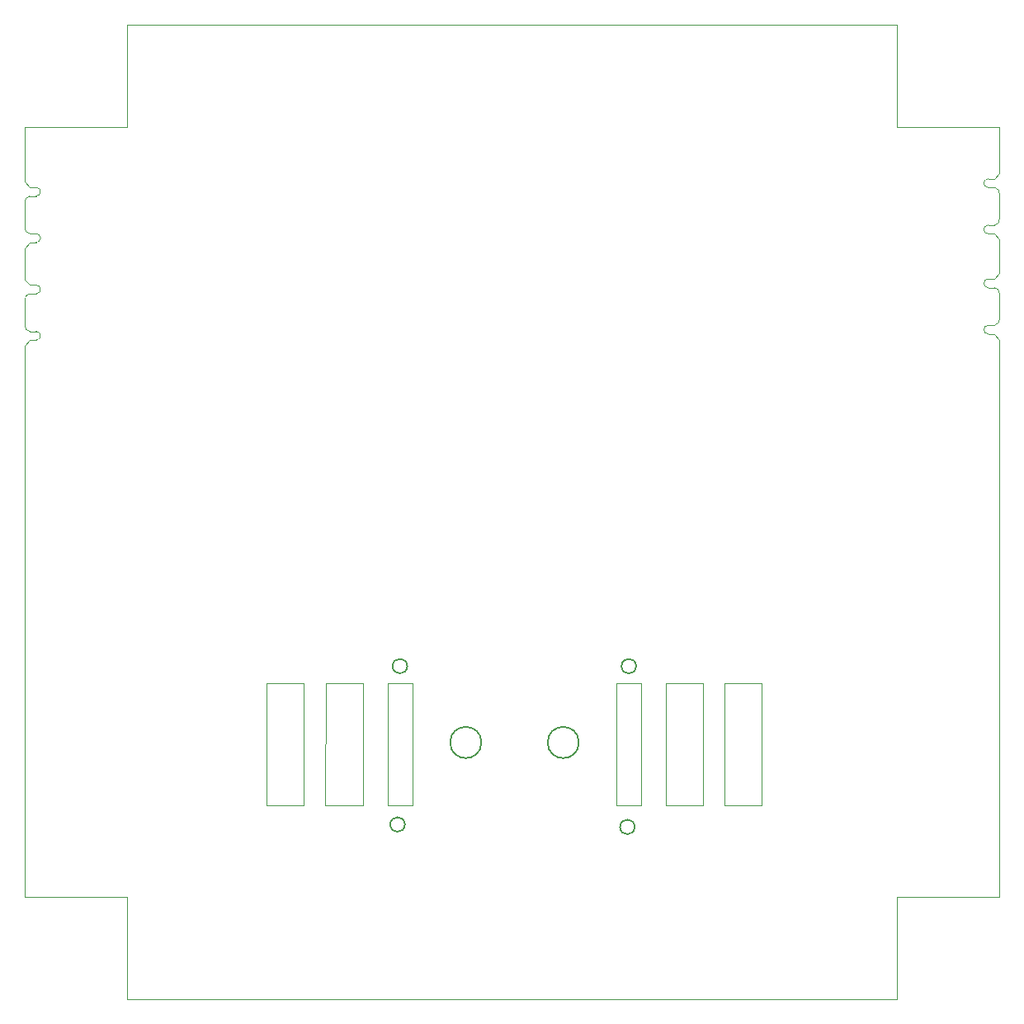
<source format=gbr>
%TF.GenerationSoftware,KiCad,Pcbnew,8.0.2-1*%
%TF.CreationDate,2024-06-23T19:16:47-07:00*%
%TF.ProjectId,antenna_top_cap_v2,616e7465-6e6e-4615-9f74-6f705f636170,rev?*%
%TF.SameCoordinates,Original*%
%TF.FileFunction,Profile,NP*%
%FSLAX46Y46*%
G04 Gerber Fmt 4.6, Leading zero omitted, Abs format (unit mm)*
G04 Created by KiCad (PCBNEW 8.0.2-1) date 2024-06-23 19:16:47*
%MOMM*%
%LPD*%
G01*
G04 APERTURE LIST*
%TA.AperFunction,Profile*%
%ADD10C,0.100000*%
%TD*%
%TA.AperFunction,Profile*%
%ADD11C,0.050000*%
%TD*%
%TA.AperFunction,Profile*%
%ADD12C,0.150000*%
%TD*%
%TA.AperFunction,Profile*%
%ADD13C,0.010000*%
%TD*%
G04 APERTURE END LIST*
D10*
X126046200Y-62217200D02*
X140645800Y-62217200D01*
D11*
X126046200Y-162217200D02*
X126046200Y-151717200D01*
X205046200Y-62217200D02*
X205046200Y-72717200D01*
D10*
X205046200Y-162217200D02*
X126046200Y-162217200D01*
D11*
X126046200Y-72717200D02*
X126046200Y-62217200D01*
D10*
X115545800Y-76844400D02*
X115546200Y-72717200D01*
D11*
X215546200Y-151717200D02*
X205046200Y-151717200D01*
X205046200Y-72717200D02*
X215546200Y-72717200D01*
X126046200Y-151717200D02*
X115546200Y-151717200D01*
D10*
X205046200Y-62217200D02*
X151845800Y-62217200D01*
X215545800Y-96039403D02*
X215546200Y-151717200D01*
D11*
X205046200Y-151717200D02*
X205046200Y-162217200D01*
D10*
X215545800Y-85769400D02*
X215545800Y-86244400D01*
X215545800Y-75969400D02*
X215546200Y-72717200D01*
X115545800Y-96669400D02*
X115546200Y-151717200D01*
X115545800Y-86644400D02*
X115545800Y-86869400D01*
X140638300Y-62219400D02*
X151845800Y-62217200D01*
D11*
X115546200Y-72717200D02*
X126046200Y-72717200D01*
%TO.C,J6*%
X140305400Y-142297000D02*
X144129600Y-142297000D01*
X140319600Y-129797000D02*
X140305400Y-142297000D01*
X144129600Y-129801800D02*
X140319600Y-129797000D01*
X144129600Y-142297000D02*
X144129600Y-129801800D01*
X146379600Y-142299400D02*
X150203800Y-142299400D01*
X146393800Y-129799400D02*
X146379600Y-142299400D01*
X150203800Y-129804200D02*
X146393800Y-129799400D01*
X150203800Y-142299400D02*
X150203800Y-129804200D01*
X152743800Y-129799400D02*
X155283800Y-129799400D01*
X152743800Y-142299400D02*
X152743800Y-129799400D01*
X155283800Y-129799400D02*
X155283800Y-142299400D01*
X155283800Y-142299400D02*
X152743800Y-142299400D01*
X176205800Y-129799400D02*
X176205800Y-142299400D01*
X176205800Y-142299400D02*
X178745800Y-142299400D01*
X178745800Y-129799400D02*
X176205800Y-129799400D01*
X178745800Y-142299400D02*
X178745800Y-129799400D01*
X181285800Y-129799400D02*
X181285800Y-142299400D01*
X181285800Y-142299400D02*
X185095800Y-142299400D01*
X185095800Y-129799400D02*
X181285800Y-129799400D01*
X185095800Y-142299400D02*
X185095800Y-129799400D01*
X187311600Y-129799400D02*
X187311600Y-142299400D01*
X187311600Y-142299400D02*
X191121600Y-142299400D01*
X191121600Y-129799400D02*
X187311600Y-129799400D01*
X191121600Y-142299400D02*
X191121600Y-129799400D01*
D12*
X154535800Y-144299400D02*
G75*
G02*
X153035800Y-144299400I-750000J0D01*
G01*
X153035800Y-144299400D02*
G75*
G02*
X154535800Y-144299400I750000J0D01*
G01*
X154779600Y-128049400D02*
G75*
G02*
X153279600Y-128049400I-750000J0D01*
G01*
X153279600Y-128049400D02*
G75*
G02*
X154779600Y-128049400I750000J0D01*
G01*
X162385800Y-135884200D02*
G75*
G02*
X159185800Y-135884200I-1600000J0D01*
G01*
X159185800Y-135884200D02*
G75*
G02*
X162385800Y-135884200I1600000J0D01*
G01*
X172385800Y-135884201D02*
G75*
G02*
X169185800Y-135884201I-1600000J0D01*
G01*
X169185800Y-135884201D02*
G75*
G02*
X172385800Y-135884201I1600000J0D01*
G01*
X178111600Y-144549400D02*
G75*
G02*
X176611600Y-144549400I-750000J0D01*
G01*
X176611600Y-144549400D02*
G75*
G02*
X178111600Y-144549400I750000J0D01*
G01*
X178261600Y-128049400D02*
G75*
G02*
X176761600Y-128049400I-750000J0D01*
G01*
X176761600Y-128049400D02*
G75*
G02*
X178261600Y-128049400I750000J0D01*
G01*
D13*
%TO.C,J10*%
X115540857Y-81743870D02*
X115540857Y-83043870D01*
X115540857Y-81743870D02*
X115545800Y-80444400D01*
X115545800Y-76844400D02*
X115545800Y-78344400D01*
X115545800Y-78344400D02*
X116045800Y-78919400D01*
X115545800Y-85144400D02*
X116045800Y-84569400D01*
X115545800Y-86644400D02*
X115545800Y-85144400D01*
X116695800Y-78919400D02*
X116045800Y-78919400D01*
X116695800Y-79819400D02*
X116045800Y-79819400D01*
X116695800Y-83669400D02*
X116045800Y-83669400D01*
X116695800Y-84569400D02*
X116045800Y-84569400D01*
X115545800Y-80444400D02*
G75*
G02*
X116050743Y-79818873I564940J60530D01*
G01*
X116045800Y-83669399D02*
G75*
G02*
X115540857Y-83043870I59999J564999D01*
G01*
X116695800Y-78919400D02*
G75*
G02*
X116695800Y-79819400I0J-450000D01*
G01*
X116695800Y-83669400D02*
G75*
G02*
X116695800Y-84569400I0J-450000D01*
G01*
%TO.C,J13*%
X214395800Y-88319400D02*
X215045800Y-88319400D01*
X214395800Y-89219400D02*
X215045800Y-89219400D01*
X214395800Y-93069400D02*
X215045800Y-93069400D01*
X214395800Y-93969400D02*
X215045800Y-93969400D01*
X215545800Y-86244400D02*
X215545800Y-87744400D01*
X215545800Y-87744400D02*
X215045800Y-88319400D01*
X215545800Y-94544400D02*
X215045800Y-93969400D01*
X215545800Y-96044400D02*
X215545800Y-94544400D01*
X215550743Y-91144930D02*
X215545800Y-92444400D01*
X215550743Y-91144930D02*
X215550743Y-89844930D01*
X214395800Y-89219400D02*
G75*
G02*
X214395800Y-88319400I0J450000D01*
G01*
X214395800Y-93969400D02*
G75*
G02*
X214395800Y-93069400I0J450000D01*
G01*
X215045800Y-89219401D02*
G75*
G02*
X215550743Y-89844930I-59999J-564999D01*
G01*
X215545800Y-92444400D02*
G75*
G02*
X215040857Y-93069927I-564940J-60530D01*
G01*
%TO.C,J15*%
X214395800Y-78044400D02*
X215045800Y-78044400D01*
X214395800Y-78944400D02*
X215045800Y-78944400D01*
X214395800Y-82794400D02*
X215045800Y-82794400D01*
X214395800Y-83694400D02*
X215045800Y-83694400D01*
X215545800Y-75969400D02*
X215545800Y-77469400D01*
X215545800Y-77469400D02*
X215045800Y-78044400D01*
X215545800Y-84269400D02*
X215045800Y-83694400D01*
X215545800Y-85769400D02*
X215545800Y-84269400D01*
X215550743Y-80869930D02*
X215545800Y-82169400D01*
X215550743Y-80869930D02*
X215550743Y-79569930D01*
X214395800Y-78944400D02*
G75*
G02*
X214395800Y-78044400I0J450000D01*
G01*
X214395800Y-83694400D02*
G75*
G02*
X214395800Y-82794400I0J450000D01*
G01*
X215045800Y-78944401D02*
G75*
G02*
X215550743Y-79569930I-59999J-564999D01*
G01*
X215545800Y-82169400D02*
G75*
G02*
X215040857Y-82794927I-564940J-60530D01*
G01*
%TO.C,J11*%
X115540857Y-91768870D02*
X115540857Y-93068870D01*
X115540857Y-91768870D02*
X115545800Y-90469400D01*
X115545800Y-86869400D02*
X115545800Y-88369400D01*
X115545800Y-88369400D02*
X116045800Y-88944400D01*
X115545800Y-95169400D02*
X116045800Y-94594400D01*
X115545800Y-96669400D02*
X115545800Y-95169400D01*
X116695800Y-88944400D02*
X116045800Y-88944400D01*
X116695800Y-89844400D02*
X116045800Y-89844400D01*
X116695800Y-93694400D02*
X116045800Y-93694400D01*
X116695800Y-94594400D02*
X116045800Y-94594400D01*
X115545800Y-90469400D02*
G75*
G02*
X116050743Y-89843873I564940J60530D01*
G01*
X116045800Y-93694399D02*
G75*
G02*
X115540857Y-93068870I59999J564999D01*
G01*
X116695800Y-88944400D02*
G75*
G02*
X116695800Y-89844400I0J-450000D01*
G01*
X116695800Y-93694400D02*
G75*
G02*
X116695800Y-94594400I0J-450000D01*
G01*
%TD*%
M02*

</source>
